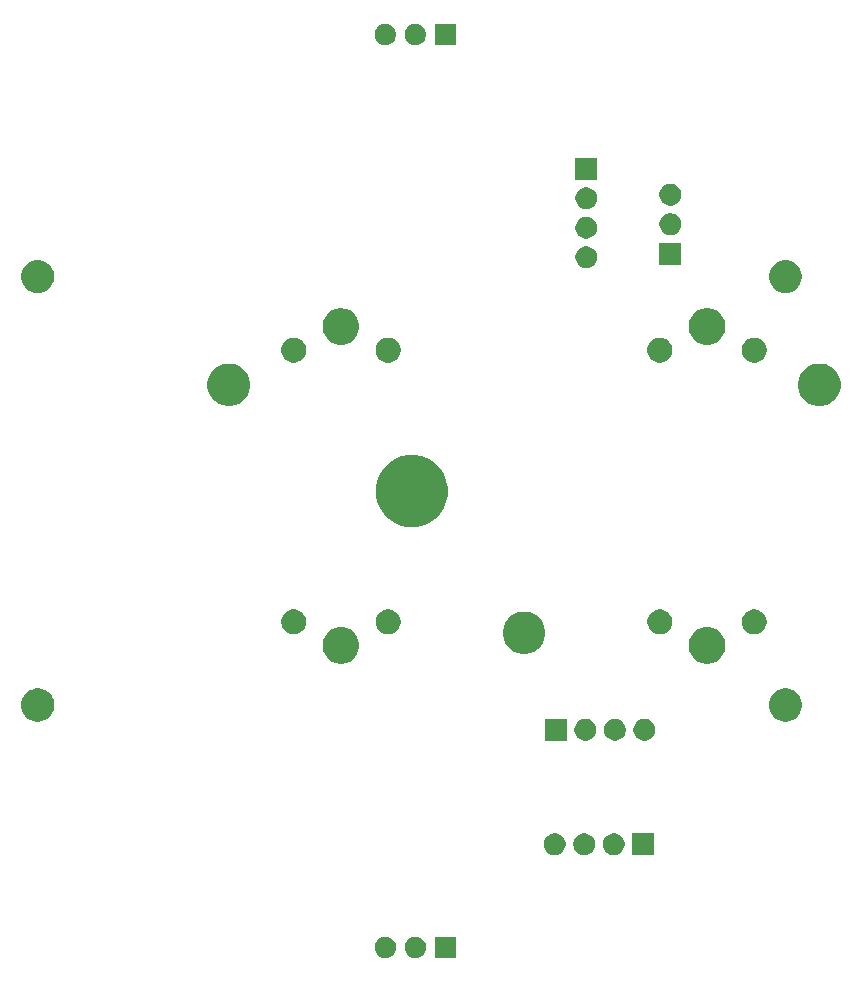
<source format=gbr>
G04 #@! TF.GenerationSoftware,KiCad,Pcbnew,(5.1.5)-3*
G04 #@! TF.CreationDate,2020-09-03T14:04:58+02:00*
G04 #@! TF.ProjectId,StepperClockMotor,53746570-7065-4724-936c-6f636b4d6f74,v1.1*
G04 #@! TF.SameCoordinates,Original*
G04 #@! TF.FileFunction,Soldermask,Top*
G04 #@! TF.FilePolarity,Negative*
%FSLAX46Y46*%
G04 Gerber Fmt 4.6, Leading zero omitted, Abs format (unit mm)*
G04 Created by KiCad (PCBNEW (5.1.5)-3) date 2020-09-03 14:04:58*
%MOMM*%
%LPD*%
G04 APERTURE LIST*
%ADD10C,0.100000*%
G04 APERTURE END LIST*
D10*
G36*
X104278800Y-182451740D02*
G01*
X102476800Y-182451740D01*
X102476800Y-180649740D01*
X104278800Y-180649740D01*
X104278800Y-182451740D01*
G37*
G36*
X100951312Y-180654667D02*
G01*
X101100612Y-180684364D01*
X101264584Y-180752284D01*
X101412154Y-180850887D01*
X101537653Y-180976386D01*
X101636256Y-181123956D01*
X101704176Y-181287928D01*
X101738800Y-181461999D01*
X101738800Y-181639481D01*
X101704176Y-181813552D01*
X101636256Y-181977524D01*
X101537653Y-182125094D01*
X101412154Y-182250593D01*
X101264584Y-182349196D01*
X101100612Y-182417116D01*
X100951312Y-182446813D01*
X100926542Y-182451740D01*
X100749058Y-182451740D01*
X100724288Y-182446813D01*
X100574988Y-182417116D01*
X100411016Y-182349196D01*
X100263446Y-182250593D01*
X100137947Y-182125094D01*
X100039344Y-181977524D01*
X99971424Y-181813552D01*
X99936800Y-181639481D01*
X99936800Y-181461999D01*
X99971424Y-181287928D01*
X100039344Y-181123956D01*
X100137947Y-180976386D01*
X100263446Y-180850887D01*
X100411016Y-180752284D01*
X100574988Y-180684364D01*
X100724288Y-180654667D01*
X100749058Y-180649740D01*
X100926542Y-180649740D01*
X100951312Y-180654667D01*
G37*
G36*
X98411312Y-180654667D02*
G01*
X98560612Y-180684364D01*
X98724584Y-180752284D01*
X98872154Y-180850887D01*
X98997653Y-180976386D01*
X99096256Y-181123956D01*
X99164176Y-181287928D01*
X99198800Y-181461999D01*
X99198800Y-181639481D01*
X99164176Y-181813552D01*
X99096256Y-181977524D01*
X98997653Y-182125094D01*
X98872154Y-182250593D01*
X98724584Y-182349196D01*
X98560612Y-182417116D01*
X98411312Y-182446813D01*
X98386542Y-182451740D01*
X98209058Y-182451740D01*
X98184288Y-182446813D01*
X98034988Y-182417116D01*
X97871016Y-182349196D01*
X97723446Y-182250593D01*
X97597947Y-182125094D01*
X97499344Y-181977524D01*
X97431424Y-181813552D01*
X97396800Y-181639481D01*
X97396800Y-181461999D01*
X97431424Y-181287928D01*
X97499344Y-181123956D01*
X97597947Y-180976386D01*
X97723446Y-180850887D01*
X97871016Y-180752284D01*
X98034988Y-180684364D01*
X98184288Y-180654667D01*
X98209058Y-180649740D01*
X98386542Y-180649740D01*
X98411312Y-180654667D01*
G37*
G36*
X112905904Y-171930325D02*
G01*
X113074426Y-172000129D01*
X113226091Y-172101468D01*
X113355072Y-172230449D01*
X113456411Y-172382114D01*
X113526215Y-172550636D01*
X113561800Y-172729537D01*
X113561800Y-172911943D01*
X113526215Y-173090844D01*
X113456411Y-173259366D01*
X113355072Y-173411031D01*
X113226091Y-173540012D01*
X113074426Y-173641351D01*
X112905904Y-173711155D01*
X112727003Y-173746740D01*
X112544597Y-173746740D01*
X112365696Y-173711155D01*
X112197174Y-173641351D01*
X112045509Y-173540012D01*
X111916528Y-173411031D01*
X111815189Y-173259366D01*
X111745385Y-173090844D01*
X111709800Y-172911943D01*
X111709800Y-172729537D01*
X111745385Y-172550636D01*
X111815189Y-172382114D01*
X111916528Y-172230449D01*
X112045509Y-172101468D01*
X112197174Y-172000129D01*
X112365696Y-171930325D01*
X112544597Y-171894740D01*
X112727003Y-171894740D01*
X112905904Y-171930325D01*
G37*
G36*
X121061800Y-173746740D02*
G01*
X119209800Y-173746740D01*
X119209800Y-171894740D01*
X121061800Y-171894740D01*
X121061800Y-173746740D01*
G37*
G36*
X117905904Y-171930325D02*
G01*
X118074426Y-172000129D01*
X118226091Y-172101468D01*
X118355072Y-172230449D01*
X118456411Y-172382114D01*
X118526215Y-172550636D01*
X118561800Y-172729537D01*
X118561800Y-172911943D01*
X118526215Y-173090844D01*
X118456411Y-173259366D01*
X118355072Y-173411031D01*
X118226091Y-173540012D01*
X118074426Y-173641351D01*
X117905904Y-173711155D01*
X117727003Y-173746740D01*
X117544597Y-173746740D01*
X117365696Y-173711155D01*
X117197174Y-173641351D01*
X117045509Y-173540012D01*
X116916528Y-173411031D01*
X116815189Y-173259366D01*
X116745385Y-173090844D01*
X116709800Y-172911943D01*
X116709800Y-172729537D01*
X116745385Y-172550636D01*
X116815189Y-172382114D01*
X116916528Y-172230449D01*
X117045509Y-172101468D01*
X117197174Y-172000129D01*
X117365696Y-171930325D01*
X117544597Y-171894740D01*
X117727003Y-171894740D01*
X117905904Y-171930325D01*
G37*
G36*
X115405904Y-171930325D02*
G01*
X115574426Y-172000129D01*
X115726091Y-172101468D01*
X115855072Y-172230449D01*
X115956411Y-172382114D01*
X116026215Y-172550636D01*
X116061800Y-172729537D01*
X116061800Y-172911943D01*
X116026215Y-173090844D01*
X115956411Y-173259366D01*
X115855072Y-173411031D01*
X115726091Y-173540012D01*
X115574426Y-173641351D01*
X115405904Y-173711155D01*
X115227003Y-173746740D01*
X115044597Y-173746740D01*
X114865696Y-173711155D01*
X114697174Y-173641351D01*
X114545509Y-173540012D01*
X114416528Y-173411031D01*
X114315189Y-173259366D01*
X114245385Y-173090844D01*
X114209800Y-172911943D01*
X114209800Y-172729537D01*
X114245385Y-172550636D01*
X114315189Y-172382114D01*
X114416528Y-172230449D01*
X114545509Y-172101468D01*
X114697174Y-172000129D01*
X114865696Y-171930325D01*
X115044597Y-171894740D01*
X115227003Y-171894740D01*
X115405904Y-171930325D01*
G37*
G36*
X113661800Y-164046740D02*
G01*
X111809800Y-164046740D01*
X111809800Y-162194740D01*
X113661800Y-162194740D01*
X113661800Y-164046740D01*
G37*
G36*
X115505904Y-162230325D02*
G01*
X115674426Y-162300129D01*
X115826091Y-162401468D01*
X115955072Y-162530449D01*
X116056411Y-162682114D01*
X116126215Y-162850636D01*
X116161800Y-163029537D01*
X116161800Y-163211943D01*
X116126215Y-163390844D01*
X116056411Y-163559366D01*
X115955072Y-163711031D01*
X115826091Y-163840012D01*
X115674426Y-163941351D01*
X115505904Y-164011155D01*
X115327003Y-164046740D01*
X115144597Y-164046740D01*
X114965696Y-164011155D01*
X114797174Y-163941351D01*
X114645509Y-163840012D01*
X114516528Y-163711031D01*
X114415189Y-163559366D01*
X114345385Y-163390844D01*
X114309800Y-163211943D01*
X114309800Y-163029537D01*
X114345385Y-162850636D01*
X114415189Y-162682114D01*
X114516528Y-162530449D01*
X114645509Y-162401468D01*
X114797174Y-162300129D01*
X114965696Y-162230325D01*
X115144597Y-162194740D01*
X115327003Y-162194740D01*
X115505904Y-162230325D01*
G37*
G36*
X118005904Y-162230325D02*
G01*
X118174426Y-162300129D01*
X118326091Y-162401468D01*
X118455072Y-162530449D01*
X118556411Y-162682114D01*
X118626215Y-162850636D01*
X118661800Y-163029537D01*
X118661800Y-163211943D01*
X118626215Y-163390844D01*
X118556411Y-163559366D01*
X118455072Y-163711031D01*
X118326091Y-163840012D01*
X118174426Y-163941351D01*
X118005904Y-164011155D01*
X117827003Y-164046740D01*
X117644597Y-164046740D01*
X117465696Y-164011155D01*
X117297174Y-163941351D01*
X117145509Y-163840012D01*
X117016528Y-163711031D01*
X116915189Y-163559366D01*
X116845385Y-163390844D01*
X116809800Y-163211943D01*
X116809800Y-163029537D01*
X116845385Y-162850636D01*
X116915189Y-162682114D01*
X117016528Y-162530449D01*
X117145509Y-162401468D01*
X117297174Y-162300129D01*
X117465696Y-162230325D01*
X117644597Y-162194740D01*
X117827003Y-162194740D01*
X118005904Y-162230325D01*
G37*
G36*
X120505904Y-162230325D02*
G01*
X120674426Y-162300129D01*
X120826091Y-162401468D01*
X120955072Y-162530449D01*
X121056411Y-162682114D01*
X121126215Y-162850636D01*
X121161800Y-163029537D01*
X121161800Y-163211943D01*
X121126215Y-163390844D01*
X121056411Y-163559366D01*
X120955072Y-163711031D01*
X120826091Y-163840012D01*
X120674426Y-163941351D01*
X120505904Y-164011155D01*
X120327003Y-164046740D01*
X120144597Y-164046740D01*
X119965696Y-164011155D01*
X119797174Y-163941351D01*
X119645509Y-163840012D01*
X119516528Y-163711031D01*
X119415189Y-163559366D01*
X119345385Y-163390844D01*
X119309800Y-163211943D01*
X119309800Y-163029537D01*
X119345385Y-162850636D01*
X119415189Y-162682114D01*
X119516528Y-162530449D01*
X119645509Y-162401468D01*
X119797174Y-162300129D01*
X119965696Y-162230325D01*
X120144597Y-162194740D01*
X120327003Y-162194740D01*
X120505904Y-162230325D01*
G37*
G36*
X69184233Y-159665633D02*
G01*
X69274457Y-159683579D01*
X69380067Y-159727325D01*
X69529421Y-159789189D01*
X69529422Y-159789190D01*
X69758886Y-159942512D01*
X69954028Y-160137654D01*
X70056475Y-160290977D01*
X70107351Y-160367119D01*
X70212961Y-160622084D01*
X70266800Y-160892752D01*
X70266800Y-161168728D01*
X70212961Y-161439396D01*
X70107351Y-161694361D01*
X70107350Y-161694362D01*
X69954028Y-161923826D01*
X69758886Y-162118968D01*
X69645484Y-162194740D01*
X69529421Y-162272291D01*
X69380067Y-162334155D01*
X69274457Y-162377901D01*
X69184233Y-162395847D01*
X69003788Y-162431740D01*
X68727812Y-162431740D01*
X68547367Y-162395847D01*
X68457143Y-162377901D01*
X68351533Y-162334155D01*
X68202179Y-162272291D01*
X68086116Y-162194740D01*
X67972714Y-162118968D01*
X67777572Y-161923826D01*
X67624250Y-161694362D01*
X67624249Y-161694361D01*
X67518639Y-161439396D01*
X67464800Y-161168728D01*
X67464800Y-160892752D01*
X67518639Y-160622084D01*
X67624249Y-160367119D01*
X67675125Y-160290977D01*
X67777572Y-160137654D01*
X67972714Y-159942512D01*
X68202178Y-159789190D01*
X68202179Y-159789189D01*
X68351533Y-159727325D01*
X68457143Y-159683579D01*
X68547367Y-159665633D01*
X68727812Y-159629740D01*
X69003788Y-159629740D01*
X69184233Y-159665633D01*
G37*
G36*
X132504233Y-159665633D02*
G01*
X132594457Y-159683579D01*
X132700067Y-159727325D01*
X132849421Y-159789189D01*
X132849422Y-159789190D01*
X133078886Y-159942512D01*
X133274028Y-160137654D01*
X133376475Y-160290977D01*
X133427351Y-160367119D01*
X133532961Y-160622084D01*
X133586800Y-160892752D01*
X133586800Y-161168728D01*
X133532961Y-161439396D01*
X133427351Y-161694361D01*
X133427350Y-161694362D01*
X133274028Y-161923826D01*
X133078886Y-162118968D01*
X132965484Y-162194740D01*
X132849421Y-162272291D01*
X132700067Y-162334155D01*
X132594457Y-162377901D01*
X132504233Y-162395847D01*
X132323788Y-162431740D01*
X132047812Y-162431740D01*
X131867367Y-162395847D01*
X131777143Y-162377901D01*
X131671533Y-162334155D01*
X131522179Y-162272291D01*
X131406116Y-162194740D01*
X131292714Y-162118968D01*
X131097572Y-161923826D01*
X130944250Y-161694362D01*
X130944249Y-161694361D01*
X130838639Y-161439396D01*
X130784800Y-161168728D01*
X130784800Y-160892752D01*
X130838639Y-160622084D01*
X130944249Y-160367119D01*
X130995125Y-160290977D01*
X131097572Y-160137654D01*
X131292714Y-159942512D01*
X131522178Y-159789190D01*
X131522179Y-159789189D01*
X131671533Y-159727325D01*
X131777143Y-159683579D01*
X131867367Y-159665633D01*
X132047812Y-159629740D01*
X132323788Y-159629740D01*
X132504233Y-159665633D01*
G37*
G36*
X94838385Y-154459542D02*
G01*
X94988210Y-154489344D01*
X95270474Y-154606261D01*
X95524505Y-154775999D01*
X95740541Y-154992035D01*
X95910279Y-155246066D01*
X96027196Y-155528330D01*
X96086800Y-155827980D01*
X96086800Y-156133500D01*
X96027196Y-156433150D01*
X95910279Y-156715414D01*
X95740541Y-156969445D01*
X95524505Y-157185481D01*
X95270474Y-157355219D01*
X94988210Y-157472136D01*
X94838385Y-157501938D01*
X94688561Y-157531740D01*
X94383039Y-157531740D01*
X94233215Y-157501938D01*
X94083390Y-157472136D01*
X93801126Y-157355219D01*
X93547095Y-157185481D01*
X93331059Y-156969445D01*
X93161321Y-156715414D01*
X93044404Y-156433150D01*
X92984800Y-156133500D01*
X92984800Y-155827980D01*
X93044404Y-155528330D01*
X93161321Y-155246066D01*
X93331059Y-154992035D01*
X93547095Y-154775999D01*
X93801126Y-154606261D01*
X94083390Y-154489344D01*
X94233215Y-154459542D01*
X94383039Y-154429740D01*
X94688561Y-154429740D01*
X94838385Y-154459542D01*
G37*
G36*
X125838385Y-154459542D02*
G01*
X125988210Y-154489344D01*
X126270474Y-154606261D01*
X126524505Y-154775999D01*
X126740541Y-154992035D01*
X126910279Y-155246066D01*
X127027196Y-155528330D01*
X127086800Y-155827980D01*
X127086800Y-156133500D01*
X127027196Y-156433150D01*
X126910279Y-156715414D01*
X126740541Y-156969445D01*
X126524505Y-157185481D01*
X126270474Y-157355219D01*
X125988210Y-157472136D01*
X125838385Y-157501938D01*
X125688561Y-157531740D01*
X125383039Y-157531740D01*
X125233215Y-157501938D01*
X125083390Y-157472136D01*
X124801126Y-157355219D01*
X124547095Y-157185481D01*
X124331059Y-156969445D01*
X124161321Y-156715414D01*
X124044404Y-156433150D01*
X123984800Y-156133500D01*
X123984800Y-155827980D01*
X124044404Y-155528330D01*
X124161321Y-155246066D01*
X124331059Y-154992035D01*
X124547095Y-154775999D01*
X124801126Y-154606261D01*
X125083390Y-154489344D01*
X125233215Y-154459542D01*
X125383039Y-154429740D01*
X125688561Y-154429740D01*
X125838385Y-154459542D01*
G37*
G36*
X110571131Y-153188951D02*
G01*
X110898892Y-153324714D01*
X111193870Y-153521812D01*
X111444728Y-153772670D01*
X111641826Y-154067648D01*
X111777589Y-154395409D01*
X111846800Y-154743356D01*
X111846800Y-155098124D01*
X111777589Y-155446071D01*
X111641826Y-155773832D01*
X111444728Y-156068810D01*
X111193870Y-156319668D01*
X110898892Y-156516766D01*
X110571131Y-156652529D01*
X110223184Y-156721740D01*
X109868416Y-156721740D01*
X109520469Y-156652529D01*
X109192708Y-156516766D01*
X108897730Y-156319668D01*
X108646872Y-156068810D01*
X108449774Y-155773832D01*
X108314011Y-155446071D01*
X108244800Y-155098124D01*
X108244800Y-154743356D01*
X108314011Y-154395409D01*
X108449774Y-154067648D01*
X108646872Y-153772670D01*
X108897730Y-153521812D01*
X109192708Y-153324714D01*
X109520469Y-153188951D01*
X109868416Y-153119740D01*
X110223184Y-153119740D01*
X110571131Y-153188951D01*
G37*
G36*
X90842364Y-152970129D02*
G01*
X91033633Y-153049355D01*
X91033635Y-153049356D01*
X91138972Y-153119740D01*
X91205773Y-153164375D01*
X91352165Y-153310767D01*
X91467185Y-153482907D01*
X91546411Y-153674176D01*
X91586800Y-153877224D01*
X91586800Y-154084256D01*
X91546411Y-154287304D01*
X91487412Y-154429740D01*
X91467184Y-154478575D01*
X91352165Y-154650713D01*
X91205773Y-154797105D01*
X91033635Y-154912124D01*
X91033634Y-154912125D01*
X91033633Y-154912125D01*
X90842364Y-154991351D01*
X90639316Y-155031740D01*
X90432284Y-155031740D01*
X90229236Y-154991351D01*
X90037967Y-154912125D01*
X90037966Y-154912125D01*
X90037965Y-154912124D01*
X89865827Y-154797105D01*
X89719435Y-154650713D01*
X89604416Y-154478575D01*
X89584188Y-154429740D01*
X89525189Y-154287304D01*
X89484800Y-154084256D01*
X89484800Y-153877224D01*
X89525189Y-153674176D01*
X89604415Y-153482907D01*
X89719435Y-153310767D01*
X89865827Y-153164375D01*
X89932628Y-153119740D01*
X90037965Y-153049356D01*
X90037967Y-153049355D01*
X90229236Y-152970129D01*
X90432284Y-152929740D01*
X90639316Y-152929740D01*
X90842364Y-152970129D01*
G37*
G36*
X98842364Y-152970129D02*
G01*
X99033633Y-153049355D01*
X99033635Y-153049356D01*
X99138972Y-153119740D01*
X99205773Y-153164375D01*
X99352165Y-153310767D01*
X99467185Y-153482907D01*
X99546411Y-153674176D01*
X99586800Y-153877224D01*
X99586800Y-154084256D01*
X99546411Y-154287304D01*
X99487412Y-154429740D01*
X99467184Y-154478575D01*
X99352165Y-154650713D01*
X99205773Y-154797105D01*
X99033635Y-154912124D01*
X99033634Y-154912125D01*
X99033633Y-154912125D01*
X98842364Y-154991351D01*
X98639316Y-155031740D01*
X98432284Y-155031740D01*
X98229236Y-154991351D01*
X98037967Y-154912125D01*
X98037966Y-154912125D01*
X98037965Y-154912124D01*
X97865827Y-154797105D01*
X97719435Y-154650713D01*
X97604416Y-154478575D01*
X97584188Y-154429740D01*
X97525189Y-154287304D01*
X97484800Y-154084256D01*
X97484800Y-153877224D01*
X97525189Y-153674176D01*
X97604415Y-153482907D01*
X97719435Y-153310767D01*
X97865827Y-153164375D01*
X97932628Y-153119740D01*
X98037965Y-153049356D01*
X98037967Y-153049355D01*
X98229236Y-152970129D01*
X98432284Y-152929740D01*
X98639316Y-152929740D01*
X98842364Y-152970129D01*
G37*
G36*
X121842364Y-152970129D02*
G01*
X122033633Y-153049355D01*
X122033635Y-153049356D01*
X122138972Y-153119740D01*
X122205773Y-153164375D01*
X122352165Y-153310767D01*
X122467185Y-153482907D01*
X122546411Y-153674176D01*
X122586800Y-153877224D01*
X122586800Y-154084256D01*
X122546411Y-154287304D01*
X122487412Y-154429740D01*
X122467184Y-154478575D01*
X122352165Y-154650713D01*
X122205773Y-154797105D01*
X122033635Y-154912124D01*
X122033634Y-154912125D01*
X122033633Y-154912125D01*
X121842364Y-154991351D01*
X121639316Y-155031740D01*
X121432284Y-155031740D01*
X121229236Y-154991351D01*
X121037967Y-154912125D01*
X121037966Y-154912125D01*
X121037965Y-154912124D01*
X120865827Y-154797105D01*
X120719435Y-154650713D01*
X120604416Y-154478575D01*
X120584188Y-154429740D01*
X120525189Y-154287304D01*
X120484800Y-154084256D01*
X120484800Y-153877224D01*
X120525189Y-153674176D01*
X120604415Y-153482907D01*
X120719435Y-153310767D01*
X120865827Y-153164375D01*
X120932628Y-153119740D01*
X121037965Y-153049356D01*
X121037967Y-153049355D01*
X121229236Y-152970129D01*
X121432284Y-152929740D01*
X121639316Y-152929740D01*
X121842364Y-152970129D01*
G37*
G36*
X129842364Y-152970129D02*
G01*
X130033633Y-153049355D01*
X130033635Y-153049356D01*
X130138972Y-153119740D01*
X130205773Y-153164375D01*
X130352165Y-153310767D01*
X130467185Y-153482907D01*
X130546411Y-153674176D01*
X130586800Y-153877224D01*
X130586800Y-154084256D01*
X130546411Y-154287304D01*
X130487412Y-154429740D01*
X130467184Y-154478575D01*
X130352165Y-154650713D01*
X130205773Y-154797105D01*
X130033635Y-154912124D01*
X130033634Y-154912125D01*
X130033633Y-154912125D01*
X129842364Y-154991351D01*
X129639316Y-155031740D01*
X129432284Y-155031740D01*
X129229236Y-154991351D01*
X129037967Y-154912125D01*
X129037966Y-154912125D01*
X129037965Y-154912124D01*
X128865827Y-154797105D01*
X128719435Y-154650713D01*
X128604416Y-154478575D01*
X128584188Y-154429740D01*
X128525189Y-154287304D01*
X128484800Y-154084256D01*
X128484800Y-153877224D01*
X128525189Y-153674176D01*
X128604415Y-153482907D01*
X128719435Y-153310767D01*
X128865827Y-153164375D01*
X128932628Y-153119740D01*
X129037965Y-153049356D01*
X129037967Y-153049355D01*
X129229236Y-152970129D01*
X129432284Y-152929740D01*
X129639316Y-152929740D01*
X129842364Y-152970129D01*
G37*
G36*
X101425743Y-139986988D02*
G01*
X101980989Y-140216978D01*
X101980990Y-140216979D01*
X102480699Y-140550874D01*
X102905666Y-140975841D01*
X102905667Y-140975843D01*
X103239562Y-141475551D01*
X103469552Y-142030797D01*
X103586800Y-142620241D01*
X103586800Y-143221239D01*
X103469552Y-143810683D01*
X103239562Y-144365929D01*
X103239561Y-144365930D01*
X102905666Y-144865639D01*
X102480699Y-145290606D01*
X102229147Y-145458688D01*
X101980989Y-145624502D01*
X101425743Y-145854492D01*
X100836299Y-145971740D01*
X100235301Y-145971740D01*
X99645857Y-145854492D01*
X99090611Y-145624502D01*
X98842453Y-145458688D01*
X98590901Y-145290606D01*
X98165934Y-144865639D01*
X97832039Y-144365930D01*
X97832038Y-144365929D01*
X97602048Y-143810683D01*
X97484800Y-143221239D01*
X97484800Y-142620241D01*
X97602048Y-142030797D01*
X97832038Y-141475551D01*
X98165933Y-140975843D01*
X98165934Y-140975841D01*
X98590901Y-140550874D01*
X99090610Y-140216979D01*
X99090611Y-140216978D01*
X99645857Y-139986988D01*
X100235301Y-139869740D01*
X100836299Y-139869740D01*
X101425743Y-139986988D01*
G37*
G36*
X135571131Y-132188951D02*
G01*
X135898892Y-132324714D01*
X136193870Y-132521812D01*
X136444728Y-132772670D01*
X136641826Y-133067648D01*
X136777589Y-133395409D01*
X136846800Y-133743356D01*
X136846800Y-134098124D01*
X136777589Y-134446071D01*
X136641826Y-134773832D01*
X136444728Y-135068810D01*
X136193870Y-135319668D01*
X135898892Y-135516766D01*
X135571131Y-135652529D01*
X135223184Y-135721740D01*
X134868416Y-135721740D01*
X134520469Y-135652529D01*
X134192708Y-135516766D01*
X133897730Y-135319668D01*
X133646872Y-135068810D01*
X133449774Y-134773832D01*
X133314011Y-134446071D01*
X133244800Y-134098124D01*
X133244800Y-133743356D01*
X133314011Y-133395409D01*
X133449774Y-133067648D01*
X133646872Y-132772670D01*
X133897730Y-132521812D01*
X134192708Y-132324714D01*
X134520469Y-132188951D01*
X134868416Y-132119740D01*
X135223184Y-132119740D01*
X135571131Y-132188951D01*
G37*
G36*
X85571131Y-132188951D02*
G01*
X85898892Y-132324714D01*
X86193870Y-132521812D01*
X86444728Y-132772670D01*
X86641826Y-133067648D01*
X86777589Y-133395409D01*
X86846800Y-133743356D01*
X86846800Y-134098124D01*
X86777589Y-134446071D01*
X86641826Y-134773832D01*
X86444728Y-135068810D01*
X86193870Y-135319668D01*
X85898892Y-135516766D01*
X85571131Y-135652529D01*
X85223184Y-135721740D01*
X84868416Y-135721740D01*
X84520469Y-135652529D01*
X84192708Y-135516766D01*
X83897730Y-135319668D01*
X83646872Y-135068810D01*
X83449774Y-134773832D01*
X83314011Y-134446071D01*
X83244800Y-134098124D01*
X83244800Y-133743356D01*
X83314011Y-133395409D01*
X83449774Y-133067648D01*
X83646872Y-132772670D01*
X83897730Y-132521812D01*
X84192708Y-132324714D01*
X84520469Y-132188951D01*
X84868416Y-132119740D01*
X85223184Y-132119740D01*
X85571131Y-132188951D01*
G37*
G36*
X121842364Y-129970129D02*
G01*
X122033633Y-130049355D01*
X122033635Y-130049356D01*
X122205773Y-130164375D01*
X122352165Y-130310767D01*
X122467185Y-130482907D01*
X122546411Y-130674176D01*
X122586800Y-130877224D01*
X122586800Y-131084256D01*
X122546411Y-131287304D01*
X122467185Y-131478573D01*
X122467184Y-131478575D01*
X122352165Y-131650713D01*
X122205773Y-131797105D01*
X122033635Y-131912124D01*
X122033634Y-131912125D01*
X122033633Y-131912125D01*
X121842364Y-131991351D01*
X121639316Y-132031740D01*
X121432284Y-132031740D01*
X121229236Y-131991351D01*
X121037967Y-131912125D01*
X121037966Y-131912125D01*
X121037965Y-131912124D01*
X120865827Y-131797105D01*
X120719435Y-131650713D01*
X120604416Y-131478575D01*
X120604415Y-131478573D01*
X120525189Y-131287304D01*
X120484800Y-131084256D01*
X120484800Y-130877224D01*
X120525189Y-130674176D01*
X120604415Y-130482907D01*
X120719435Y-130310767D01*
X120865827Y-130164375D01*
X121037965Y-130049356D01*
X121037967Y-130049355D01*
X121229236Y-129970129D01*
X121432284Y-129929740D01*
X121639316Y-129929740D01*
X121842364Y-129970129D01*
G37*
G36*
X90842364Y-129970129D02*
G01*
X91033633Y-130049355D01*
X91033635Y-130049356D01*
X91205773Y-130164375D01*
X91352165Y-130310767D01*
X91467185Y-130482907D01*
X91546411Y-130674176D01*
X91586800Y-130877224D01*
X91586800Y-131084256D01*
X91546411Y-131287304D01*
X91467185Y-131478573D01*
X91467184Y-131478575D01*
X91352165Y-131650713D01*
X91205773Y-131797105D01*
X91033635Y-131912124D01*
X91033634Y-131912125D01*
X91033633Y-131912125D01*
X90842364Y-131991351D01*
X90639316Y-132031740D01*
X90432284Y-132031740D01*
X90229236Y-131991351D01*
X90037967Y-131912125D01*
X90037966Y-131912125D01*
X90037965Y-131912124D01*
X89865827Y-131797105D01*
X89719435Y-131650713D01*
X89604416Y-131478575D01*
X89604415Y-131478573D01*
X89525189Y-131287304D01*
X89484800Y-131084256D01*
X89484800Y-130877224D01*
X89525189Y-130674176D01*
X89604415Y-130482907D01*
X89719435Y-130310767D01*
X89865827Y-130164375D01*
X90037965Y-130049356D01*
X90037967Y-130049355D01*
X90229236Y-129970129D01*
X90432284Y-129929740D01*
X90639316Y-129929740D01*
X90842364Y-129970129D01*
G37*
G36*
X98842364Y-129970129D02*
G01*
X99033633Y-130049355D01*
X99033635Y-130049356D01*
X99205773Y-130164375D01*
X99352165Y-130310767D01*
X99467185Y-130482907D01*
X99546411Y-130674176D01*
X99586800Y-130877224D01*
X99586800Y-131084256D01*
X99546411Y-131287304D01*
X99467185Y-131478573D01*
X99467184Y-131478575D01*
X99352165Y-131650713D01*
X99205773Y-131797105D01*
X99033635Y-131912124D01*
X99033634Y-131912125D01*
X99033633Y-131912125D01*
X98842364Y-131991351D01*
X98639316Y-132031740D01*
X98432284Y-132031740D01*
X98229236Y-131991351D01*
X98037967Y-131912125D01*
X98037966Y-131912125D01*
X98037965Y-131912124D01*
X97865827Y-131797105D01*
X97719435Y-131650713D01*
X97604416Y-131478575D01*
X97604415Y-131478573D01*
X97525189Y-131287304D01*
X97484800Y-131084256D01*
X97484800Y-130877224D01*
X97525189Y-130674176D01*
X97604415Y-130482907D01*
X97719435Y-130310767D01*
X97865827Y-130164375D01*
X98037965Y-130049356D01*
X98037967Y-130049355D01*
X98229236Y-129970129D01*
X98432284Y-129929740D01*
X98639316Y-129929740D01*
X98842364Y-129970129D01*
G37*
G36*
X129842364Y-129970129D02*
G01*
X130033633Y-130049355D01*
X130033635Y-130049356D01*
X130205773Y-130164375D01*
X130352165Y-130310767D01*
X130467185Y-130482907D01*
X130546411Y-130674176D01*
X130586800Y-130877224D01*
X130586800Y-131084256D01*
X130546411Y-131287304D01*
X130467185Y-131478573D01*
X130467184Y-131478575D01*
X130352165Y-131650713D01*
X130205773Y-131797105D01*
X130033635Y-131912124D01*
X130033634Y-131912125D01*
X130033633Y-131912125D01*
X129842364Y-131991351D01*
X129639316Y-132031740D01*
X129432284Y-132031740D01*
X129229236Y-131991351D01*
X129037967Y-131912125D01*
X129037966Y-131912125D01*
X129037965Y-131912124D01*
X128865827Y-131797105D01*
X128719435Y-131650713D01*
X128604416Y-131478575D01*
X128604415Y-131478573D01*
X128525189Y-131287304D01*
X128484800Y-131084256D01*
X128484800Y-130877224D01*
X128525189Y-130674176D01*
X128604415Y-130482907D01*
X128719435Y-130310767D01*
X128865827Y-130164375D01*
X129037965Y-130049356D01*
X129037967Y-130049355D01*
X129229236Y-129970129D01*
X129432284Y-129929740D01*
X129639316Y-129929740D01*
X129842364Y-129970129D01*
G37*
G36*
X94838385Y-127459542D02*
G01*
X94988210Y-127489344D01*
X95270474Y-127606261D01*
X95524505Y-127775999D01*
X95740541Y-127992035D01*
X95910279Y-128246066D01*
X96027196Y-128528330D01*
X96086800Y-128827980D01*
X96086800Y-129133500D01*
X96027196Y-129433150D01*
X95910279Y-129715414D01*
X95740541Y-129969445D01*
X95524505Y-130185481D01*
X95270474Y-130355219D01*
X94988210Y-130472136D01*
X94934070Y-130482905D01*
X94688561Y-130531740D01*
X94383039Y-130531740D01*
X94137530Y-130482905D01*
X94083390Y-130472136D01*
X93801126Y-130355219D01*
X93547095Y-130185481D01*
X93331059Y-129969445D01*
X93161321Y-129715414D01*
X93044404Y-129433150D01*
X92984800Y-129133500D01*
X92984800Y-128827980D01*
X93044404Y-128528330D01*
X93161321Y-128246066D01*
X93331059Y-127992035D01*
X93547095Y-127775999D01*
X93801126Y-127606261D01*
X94083390Y-127489344D01*
X94233215Y-127459542D01*
X94383039Y-127429740D01*
X94688561Y-127429740D01*
X94838385Y-127459542D01*
G37*
G36*
X125838385Y-127459542D02*
G01*
X125988210Y-127489344D01*
X126270474Y-127606261D01*
X126524505Y-127775999D01*
X126740541Y-127992035D01*
X126910279Y-128246066D01*
X127027196Y-128528330D01*
X127086800Y-128827980D01*
X127086800Y-129133500D01*
X127027196Y-129433150D01*
X126910279Y-129715414D01*
X126740541Y-129969445D01*
X126524505Y-130185481D01*
X126270474Y-130355219D01*
X125988210Y-130472136D01*
X125934070Y-130482905D01*
X125688561Y-130531740D01*
X125383039Y-130531740D01*
X125137530Y-130482905D01*
X125083390Y-130472136D01*
X124801126Y-130355219D01*
X124547095Y-130185481D01*
X124331059Y-129969445D01*
X124161321Y-129715414D01*
X124044404Y-129433150D01*
X123984800Y-129133500D01*
X123984800Y-128827980D01*
X124044404Y-128528330D01*
X124161321Y-128246066D01*
X124331059Y-127992035D01*
X124547095Y-127775999D01*
X124801126Y-127606261D01*
X125083390Y-127489344D01*
X125233215Y-127459542D01*
X125383039Y-127429740D01*
X125688561Y-127429740D01*
X125838385Y-127459542D01*
G37*
G36*
X132504233Y-123385633D02*
G01*
X132594457Y-123403579D01*
X132700067Y-123447325D01*
X132849421Y-123509189D01*
X132849422Y-123509190D01*
X133078886Y-123662512D01*
X133274028Y-123857654D01*
X133329952Y-123941351D01*
X133427351Y-124087119D01*
X133532961Y-124342084D01*
X133586800Y-124612752D01*
X133586800Y-124888728D01*
X133532961Y-125159396D01*
X133427351Y-125414361D01*
X133427350Y-125414362D01*
X133274028Y-125643826D01*
X133078886Y-125838968D01*
X132925563Y-125941415D01*
X132849421Y-125992291D01*
X132700067Y-126054155D01*
X132594457Y-126097901D01*
X132504233Y-126115847D01*
X132323788Y-126151740D01*
X132047812Y-126151740D01*
X131867367Y-126115847D01*
X131777143Y-126097901D01*
X131671533Y-126054155D01*
X131522179Y-125992291D01*
X131446037Y-125941415D01*
X131292714Y-125838968D01*
X131097572Y-125643826D01*
X130944250Y-125414362D01*
X130944249Y-125414361D01*
X130838639Y-125159396D01*
X130784800Y-124888728D01*
X130784800Y-124612752D01*
X130838639Y-124342084D01*
X130944249Y-124087119D01*
X131041648Y-123941351D01*
X131097572Y-123857654D01*
X131292714Y-123662512D01*
X131522178Y-123509190D01*
X131522179Y-123509189D01*
X131671533Y-123447325D01*
X131777143Y-123403579D01*
X131867367Y-123385633D01*
X132047812Y-123349740D01*
X132323788Y-123349740D01*
X132504233Y-123385633D01*
G37*
G36*
X69184233Y-123385633D02*
G01*
X69274457Y-123403579D01*
X69380067Y-123447325D01*
X69529421Y-123509189D01*
X69529422Y-123509190D01*
X69758886Y-123662512D01*
X69954028Y-123857654D01*
X70009952Y-123941351D01*
X70107351Y-124087119D01*
X70212961Y-124342084D01*
X70266800Y-124612752D01*
X70266800Y-124888728D01*
X70212961Y-125159396D01*
X70107351Y-125414361D01*
X70107350Y-125414362D01*
X69954028Y-125643826D01*
X69758886Y-125838968D01*
X69605563Y-125941415D01*
X69529421Y-125992291D01*
X69380067Y-126054155D01*
X69274457Y-126097901D01*
X69184233Y-126115847D01*
X69003788Y-126151740D01*
X68727812Y-126151740D01*
X68547367Y-126115847D01*
X68457143Y-126097901D01*
X68351533Y-126054155D01*
X68202179Y-125992291D01*
X68126037Y-125941415D01*
X67972714Y-125838968D01*
X67777572Y-125643826D01*
X67624250Y-125414362D01*
X67624249Y-125414361D01*
X67518639Y-125159396D01*
X67464800Y-124888728D01*
X67464800Y-124612752D01*
X67518639Y-124342084D01*
X67624249Y-124087119D01*
X67721648Y-123941351D01*
X67777572Y-123857654D01*
X67972714Y-123662512D01*
X68202178Y-123509190D01*
X68202179Y-123509189D01*
X68351533Y-123447325D01*
X68457143Y-123403579D01*
X68547367Y-123385633D01*
X68727812Y-123349740D01*
X69003788Y-123349740D01*
X69184233Y-123385633D01*
G37*
G36*
X115585904Y-122230325D02*
G01*
X115754426Y-122300129D01*
X115906091Y-122401468D01*
X116035072Y-122530449D01*
X116136411Y-122682114D01*
X116206215Y-122850636D01*
X116241800Y-123029537D01*
X116241800Y-123211943D01*
X116206215Y-123390844D01*
X116136411Y-123559366D01*
X116035072Y-123711031D01*
X115906091Y-123840012D01*
X115754426Y-123941351D01*
X115585904Y-124011155D01*
X115407003Y-124046740D01*
X115224597Y-124046740D01*
X115045696Y-124011155D01*
X114877174Y-123941351D01*
X114725509Y-123840012D01*
X114596528Y-123711031D01*
X114495189Y-123559366D01*
X114425385Y-123390844D01*
X114389800Y-123211943D01*
X114389800Y-123029537D01*
X114425385Y-122850636D01*
X114495189Y-122682114D01*
X114596528Y-122530449D01*
X114725509Y-122401468D01*
X114877174Y-122300129D01*
X115045696Y-122230325D01*
X115224597Y-122194740D01*
X115407003Y-122194740D01*
X115585904Y-122230325D01*
G37*
G36*
X123361800Y-123746740D02*
G01*
X121509800Y-123746740D01*
X121509800Y-121894740D01*
X123361800Y-121894740D01*
X123361800Y-123746740D01*
G37*
G36*
X115585904Y-119730325D02*
G01*
X115754426Y-119800129D01*
X115906091Y-119901468D01*
X116035072Y-120030449D01*
X116136411Y-120182114D01*
X116206215Y-120350636D01*
X116241800Y-120529537D01*
X116241800Y-120711943D01*
X116206215Y-120890844D01*
X116136411Y-121059366D01*
X116035072Y-121211031D01*
X115906091Y-121340012D01*
X115754426Y-121441351D01*
X115585904Y-121511155D01*
X115407003Y-121546740D01*
X115224597Y-121546740D01*
X115045696Y-121511155D01*
X114877174Y-121441351D01*
X114725509Y-121340012D01*
X114596528Y-121211031D01*
X114495189Y-121059366D01*
X114425385Y-120890844D01*
X114389800Y-120711943D01*
X114389800Y-120529537D01*
X114425385Y-120350636D01*
X114495189Y-120182114D01*
X114596528Y-120030449D01*
X114725509Y-119901468D01*
X114877174Y-119800129D01*
X115045696Y-119730325D01*
X115224597Y-119694740D01*
X115407003Y-119694740D01*
X115585904Y-119730325D01*
G37*
G36*
X122705904Y-119430325D02*
G01*
X122874426Y-119500129D01*
X123026091Y-119601468D01*
X123155072Y-119730449D01*
X123256411Y-119882114D01*
X123326215Y-120050636D01*
X123361800Y-120229537D01*
X123361800Y-120411943D01*
X123326215Y-120590844D01*
X123256411Y-120759366D01*
X123155072Y-120911031D01*
X123026091Y-121040012D01*
X122874426Y-121141351D01*
X122705904Y-121211155D01*
X122527003Y-121246740D01*
X122344597Y-121246740D01*
X122165696Y-121211155D01*
X121997174Y-121141351D01*
X121845509Y-121040012D01*
X121716528Y-120911031D01*
X121615189Y-120759366D01*
X121545385Y-120590844D01*
X121509800Y-120411943D01*
X121509800Y-120229537D01*
X121545385Y-120050636D01*
X121615189Y-119882114D01*
X121716528Y-119730449D01*
X121845509Y-119601468D01*
X121997174Y-119500129D01*
X122165696Y-119430325D01*
X122344597Y-119394740D01*
X122527003Y-119394740D01*
X122705904Y-119430325D01*
G37*
G36*
X115585904Y-117230325D02*
G01*
X115754426Y-117300129D01*
X115906091Y-117401468D01*
X116035072Y-117530449D01*
X116136411Y-117682114D01*
X116206215Y-117850636D01*
X116241800Y-118029537D01*
X116241800Y-118211943D01*
X116206215Y-118390844D01*
X116136411Y-118559366D01*
X116035072Y-118711031D01*
X115906091Y-118840012D01*
X115754426Y-118941351D01*
X115585904Y-119011155D01*
X115407003Y-119046740D01*
X115224597Y-119046740D01*
X115045696Y-119011155D01*
X114877174Y-118941351D01*
X114725509Y-118840012D01*
X114596528Y-118711031D01*
X114495189Y-118559366D01*
X114425385Y-118390844D01*
X114389800Y-118211943D01*
X114389800Y-118029537D01*
X114425385Y-117850636D01*
X114495189Y-117682114D01*
X114596528Y-117530449D01*
X114725509Y-117401468D01*
X114877174Y-117300129D01*
X115045696Y-117230325D01*
X115224597Y-117194740D01*
X115407003Y-117194740D01*
X115585904Y-117230325D01*
G37*
G36*
X122705904Y-116930325D02*
G01*
X122874426Y-117000129D01*
X123026091Y-117101468D01*
X123155072Y-117230449D01*
X123256411Y-117382114D01*
X123326215Y-117550636D01*
X123361800Y-117729537D01*
X123361800Y-117911943D01*
X123326215Y-118090844D01*
X123256411Y-118259366D01*
X123155072Y-118411031D01*
X123026091Y-118540012D01*
X122874426Y-118641351D01*
X122705904Y-118711155D01*
X122527003Y-118746740D01*
X122344597Y-118746740D01*
X122165696Y-118711155D01*
X121997174Y-118641351D01*
X121845509Y-118540012D01*
X121716528Y-118411031D01*
X121615189Y-118259366D01*
X121545385Y-118090844D01*
X121509800Y-117911943D01*
X121509800Y-117729537D01*
X121545385Y-117550636D01*
X121615189Y-117382114D01*
X121716528Y-117230449D01*
X121845509Y-117101468D01*
X121997174Y-117000129D01*
X122165696Y-116930325D01*
X122344597Y-116894740D01*
X122527003Y-116894740D01*
X122705904Y-116930325D01*
G37*
G36*
X116241800Y-116546740D02*
G01*
X114389800Y-116546740D01*
X114389800Y-114694740D01*
X116241800Y-114694740D01*
X116241800Y-116546740D01*
G37*
G36*
X104276800Y-105161740D02*
G01*
X102474800Y-105161740D01*
X102474800Y-103359740D01*
X104276800Y-103359740D01*
X104276800Y-105161740D01*
G37*
G36*
X100949312Y-103364667D02*
G01*
X101098612Y-103394364D01*
X101262584Y-103462284D01*
X101410154Y-103560887D01*
X101535653Y-103686386D01*
X101634256Y-103833956D01*
X101702176Y-103997928D01*
X101736800Y-104171999D01*
X101736800Y-104349481D01*
X101702176Y-104523552D01*
X101634256Y-104687524D01*
X101535653Y-104835094D01*
X101410154Y-104960593D01*
X101262584Y-105059196D01*
X101098612Y-105127116D01*
X100949312Y-105156813D01*
X100924542Y-105161740D01*
X100747058Y-105161740D01*
X100722288Y-105156813D01*
X100572988Y-105127116D01*
X100409016Y-105059196D01*
X100261446Y-104960593D01*
X100135947Y-104835094D01*
X100037344Y-104687524D01*
X99969424Y-104523552D01*
X99934800Y-104349481D01*
X99934800Y-104171999D01*
X99969424Y-103997928D01*
X100037344Y-103833956D01*
X100135947Y-103686386D01*
X100261446Y-103560887D01*
X100409016Y-103462284D01*
X100572988Y-103394364D01*
X100722288Y-103364667D01*
X100747058Y-103359740D01*
X100924542Y-103359740D01*
X100949312Y-103364667D01*
G37*
G36*
X98409312Y-103364667D02*
G01*
X98558612Y-103394364D01*
X98722584Y-103462284D01*
X98870154Y-103560887D01*
X98995653Y-103686386D01*
X99094256Y-103833956D01*
X99162176Y-103997928D01*
X99196800Y-104171999D01*
X99196800Y-104349481D01*
X99162176Y-104523552D01*
X99094256Y-104687524D01*
X98995653Y-104835094D01*
X98870154Y-104960593D01*
X98722584Y-105059196D01*
X98558612Y-105127116D01*
X98409312Y-105156813D01*
X98384542Y-105161740D01*
X98207058Y-105161740D01*
X98182288Y-105156813D01*
X98032988Y-105127116D01*
X97869016Y-105059196D01*
X97721446Y-104960593D01*
X97595947Y-104835094D01*
X97497344Y-104687524D01*
X97429424Y-104523552D01*
X97394800Y-104349481D01*
X97394800Y-104171999D01*
X97429424Y-103997928D01*
X97497344Y-103833956D01*
X97595947Y-103686386D01*
X97721446Y-103560887D01*
X97869016Y-103462284D01*
X98032988Y-103394364D01*
X98182288Y-103364667D01*
X98207058Y-103359740D01*
X98384542Y-103359740D01*
X98409312Y-103364667D01*
G37*
M02*

</source>
